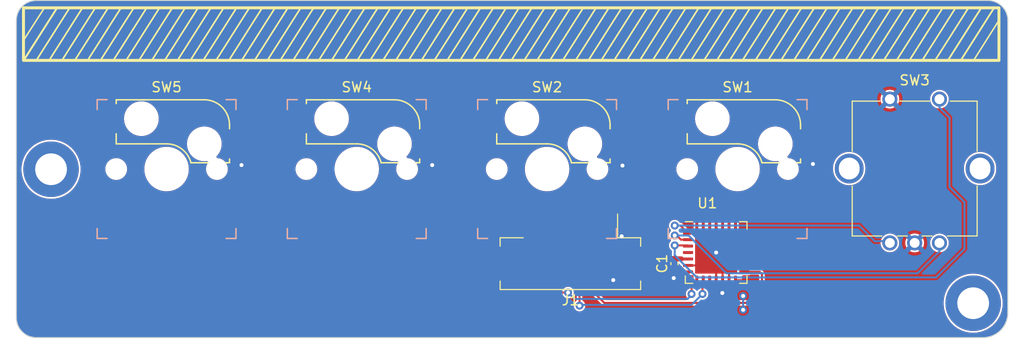
<source format=kicad_pcb>
(kicad_pcb (version 20211014) (generator pcbnew)
  (layers (0 "F.Cu" signal) (31 "B.Cu" signal) (34 "B.Paste" user) (35 "F.Paste" user) (36 "B.SilkS" user "B.Silkscreen") (37 "F.SilkS" user "F.Silkscreen") (38 "B.Mask" user) (39 "F.Mask" user) (44 "Edge.Cuts" user))
  (net 0 "")
  (net 1 "B0")
  (net 2 "B1")
  (net 3 "B4")
  (net 4 "B5")
  (net 5 "B6")
  (net 6 "B2")
  (net 7 "B3")
  (net 20 "+3.3V")
  (net 21 "GND")
  (net 22 "/INT")
  (net 23 "/SDA")
  (net 24 "/SCK")
  (footprint "Capacitor_SMD:C_0402_1005Metric" (layer "F.Cu") (at 164.25 95.75 -90)
    (fp_text reference "C1" (at 0 1.25 90) (layer "F.SilkS"))
    (fp_text value "100nF")
    (fp_line (start -0.107836 -0.36) (end 0.107836 -0.36) (layer "F.SilkS") (width 0.12))
    (fp_line (start -0.107836 0.36) (end 0.107836 0.36) (layer "F.SilkS") (width 0.12))
    (pad "1" smd roundrect (at -0.48 0 270) (size 0.56 0.62) (layers "F.Cu" "F.Paste" "F.Mask") (net 20 "+3.3V"))
    (pad "2" smd roundrect (at 0.48 0 270) (size 0.56 0.62) (layers "F.Cu" "F.Paste" "F.Mask") (net 21 "GND"))
  )
  (footprint "Connector_JST:JST_PH_B5B-PH-SM4-TB_1x05-1MP_P2.00mm_Vertical" (layer "F.Cu") (at 153.75 94 180)
    (fp_text reference "J1" (at 0 -5.45) (layer "F.SilkS"))
    (fp_text value "Conn_01x05_Male")
    (fp_line (start 7.085 -4.36) (end 7.085 -3.51) (layer "F.SilkS") (width 0.12))
    (fp_line (start -7.085 0.86) (end -4.76 0.86) (layer "F.SilkS") (width 0.12))
    (fp_line (start -7.085 0.01) (end -7.085 0.86) (layer "F.SilkS") (width 0.12))
    (fp_line (start -7.085 -3.51) (end -7.085 -4.36) (layer "F.SilkS") (width 0.12))
    (fp_line (start -7.085 -4.36) (end 7.085 -4.36) (layer "F.SilkS") (width 0.12))
    (fp_line (start -4.76 0.86) (end -4.76 3.25) (layer "F.SilkS") (width 0.12))
    (fp_line (start 7.085 0.01) (end 7.085 0.86) (layer "F.SilkS") (width 0.12))
    (fp_line (start 7.085 0.86) (end 4.76 0.86) (layer "F.SilkS") (width 0.12))
    (pad "1" smd roundrect (at -4 0.5 180) (size 1 5.5) (layers "F.Cu" "F.Paste" "F.Mask") (net 21 "GND"))
    (pad "2" smd roundrect (at -2 0.5 180) (size 1 5.5) (layers "F.Cu" "F.Paste" "F.Mask") (net 20 "+3.3V"))
    (pad "3" smd roundrect (at 0 0.5 180) (size 1 5.5) (layers "F.Cu" "F.Paste" "F.Mask") (net 22 "/INT"))
    (pad "4" smd roundrect (at 2 0.5 180) (size 1 5.5) (layers "F.Cu" "F.Paste" "F.Mask") (net 23 "/SDA"))
    (pad "5" smd roundrect (at 4 0.5 180) (size 1 5.5) (layers "F.Cu" "F.Paste" "F.Mask") (net 24 "/SCK"))
    (pad "MP" smd roundrect (at -6.4 -1.75 180) (size 1.6 3) (layers "F.Cu" "F.Paste" "F.Mask") (roundrect_rratio 0.15625))
    (pad "MP" smd roundrect (at 6.4 -1.75 180) (size 1.6 3) (layers "F.Cu" "F.Paste" "F.Mask") (roundrect_rratio 0.15625))
  )
  (footprint "MountingHole:MountingHole_3.2mm_M3_DIN965_Pad" (layer "F.Cu") (at 194.372598 99.74)
    (fp_text reference "H2" hide)
    (fp_text value "MountingHole")
    (pad "1" thru_hole circle (at 0 0) (size 5.6 5.6) (drill 3.2) (layers *.Cu *.Mask))
  )
  (footprint "Package_DFN_QFN:QFN-28-1EP_6x6mm_P0.65mm_EP4.25x4.25mm" (layer "F.Cu") (at 168.452598 94.63)
    (fp_text reference "U1" (at -0.89 -4.97) (layer "F.SilkS"))
    (fp_text value "MCP23017_ML")
    (fp_line (start 3.11 3.11) (end 3.11 2.36) (layer "F.SilkS") (width 0.12))
    (fp_line (start 2.36 3.11) (end 3.11 3.11) (layer "F.SilkS") (width 0.12))
    (fp_line (start -2.36 3.11) (end -3.11 3.11) (layer "F.SilkS") (width 0.12))
    (fp_line (start -2.36 -3.11) (end -3.11 -3.11) (layer "F.SilkS") (width 0.12))
    (fp_line (start 2.36 -3.11) (end 3.11 -3.11) (layer "F.SilkS") (width 0.12))
    (fp_line (start 3.11 -3.11) (end 3.11 -2.36) (layer "F.SilkS") (width 0.12))
    (fp_line (start -3.11 3.11) (end -3.11 2.36) (layer "F.SilkS") (width 0.12))
    (pad "1" smd roundrect (at -2.8375 -1.95) (size 1.025 0.3) (layers "F.Cu" "F.Paste" "F.Mask") (net 3 "B4"))
    (pad "2" smd roundrect (at -2.8375 -1.3) (size 1.025 0.3) (layers "F.Cu" "F.Paste" "F.Mask") (net 4 "B5"))
    (pad "3" smd roundrect (at -2.8375 -0.65) (size 1.025 0.3) (layers "F.Cu" "F.Paste" "F.Mask") (net 5 "B6"))
    (pad "4" smd roundrect (at -2.8375 0) (size 1.025 0.3) (layers "F.Cu" "F.Paste" "F.Mask"))
    (pad "5" smd roundrect (at -2.8375 0.65) (size 1.025 0.3) (layers "F.Cu" "F.Paste" "F.Mask") (net 20 "+3.3V"))
    (pad "6" smd roundrect (at -2.8375 1.3) (size 1.025 0.3) (layers "F.Cu" "F.Paste" "F.Mask") (net 21 "GND"))
    (pad "7" smd roundrect (at -2.8375 1.95) (size 1.025 0.3) (layers "F.Cu" "F.Paste" "F.Mask"))
    (pad "8" smd roundrect (at -1.95 2.8375) (size 0.3 1.025) (layers "F.Cu" "F.Paste" "F.Mask") (net 24 "/SCK"))
    (pad "9" smd roundrect (at -1.3 2.8375) (size 0.3 1.025) (layers "F.Cu" "F.Paste" "F.Mask") (net 23 "/SDA"))
    (pad "10" smd roundrect (at -0.65 2.8375) (size 0.3 1.025) (layers "F.Cu" "F.Paste" "F.Mask"))
    (pad "11" smd roundrect (at 0 2.8375) (size 0.3 1.025) (layers "F.Cu" "F.Paste" "F.Mask") (net 21 "GND"))
    (pad "12" smd roundrect (at 0.65 2.8375) (size 0.3 1.025) (layers "F.Cu" "F.Paste" "F.Mask") (net 21 "GND"))
    (pad "13" smd roundrect (at 1.3 2.8375) (size 0.3 1.025) (layers "F.Cu" "F.Paste" "F.Mask") (net 21 "GND"))
    (pad "14" smd roundrect (at 1.95 2.8375) (size 0.3 1.025) (layers "F.Cu" "F.Paste" "F.Mask") (net 20 "+3.3V"))
    (pad "15" smd roundrect (at 2.8375 1.95) (size 1.025 0.3) (layers "F.Cu" "F.Paste" "F.Mask") (net 22 "/INT"))
    (pad "16" smd roundrect (at 2.8375 1.3) (size 1.025 0.3) (layers "F.Cu" "F.Paste" "F.Mask"))
    (pad "17" smd roundrect (at 2.8375 0.65) (size 1.025 0.3) (layers "F.Cu" "F.Paste" "F.Mask"))
    (pad "18" smd roundrect (at 2.8375 0) (size 1.025 0.3) (layers "F.Cu" "F.Paste" "F.Mask"))
    (pad "19" smd roundrect (at 2.8375 -0.65) (size 1.025 0.3) (layers "F.Cu" "F.Paste" "F.Mask"))
    (pad "20" smd roundrect (at 2.8375 -1.3) (size 1.025 0.3) (layers "F.Cu" "F.Paste" "F.Mask"))
    (pad "21" smd roundrect (at 2.8375 -1.95) (size 1.025 0.3) (layers "F.Cu" "F.Paste" "F.Mask"))
    (pad "22" smd roundrect (at 1.95 -2.8375) (size 0.3 1.025) (layers "F.Cu" "F.Paste" "F.Mask"))
    (pad "23" smd roundrect (at 1.3 -2.8375) (size 0.3 1.025) (layers "F.Cu" "F.Paste" "F.Mask"))
    (pad "24" smd roundrect (at 0.65 -2.8375) (size 0.3 1.025) (layers "F.Cu" "F.Paste" "F.Mask"))
    (pad "25" smd roundrect (at 0 -2.8375) (size 0.3 1.025) (layers "F.Cu" "F.Paste" "F.Mask") (net 1 "B0"))
    (pad "26" smd roundrect (at -0.65 -2.8375) (size 0.3 1.025) (layers "F.Cu" "F.Paste" "F.Mask") (net 2 "B1"))
    (pad "27" smd roundrect (at -1.3 -2.8375) (size 0.3 1.025) (layers "F.Cu" "F.Paste" "F.Mask") (net 6 "B2"))
    (pad "28" smd roundrect (at -1.95 -2.8375) (size 0.3 1.025) (layers "F.Cu" "F.Paste" "F.Mask") (net 7 "B3"))
    (pad "29" smd rect (at 0 0) (size 4.25 4.25) (layers "F.Cu" "F.Mask") (net 21 "GND"))
  )
  (footprint "Rotary_Encoder:RotaryEncoder_Bourns_Vertical_PEC12R-3xxxF-Sxxxx" (layer "F.Cu") (at 185.972598 93.66 90)
    (fp_text reference "SW3" (at 16.4 2.5) (layer "F.SilkS"))
    (fp_text value "RotEncoder_S")
    (fp_line (start 14.3 1) (end 14.3 4) (layer "F.SilkS") (width 0.12))
    (fp_line (start 14.3 6.1) (end 14.3 8.8) (layer "F.SilkS") (width 0.12))
    (fp_line (start 9.25 -3.8) (end 14.3 -3.8) (layer "F.SilkS") (width 0.12))
    (fp_line (start 0.7 0.75) (end 0.7 1.75) (layer "F.SilkS") (width 0.12))
    (fp_line (start 0.7 -0.8) (end 0.7 -3.8) (layer "F.SilkS") (width 0.12))
    (fp_line (start 14.3 -3.8) (end 14.3 -1) (layer "F.SilkS") (width 0.12))
    (fp_line (start 0.7 5.8) (end 0.7 8.8) (layer "F.SilkS") (width 0.12))
    (fp_line (start 0.7 3.25) (end 0.7 4.25) (layer "F.SilkS") (width 0.12))
    (fp_line (start 0.7 -3.8) (end 5.75 -3.8) (layer "F.SilkS") (width 0.12))
    (fp_line (start 5.75 8.8) (end 0.7 8.8) (layer "F.SilkS") (width 0.12))
    (fp_line (start 14.3 8.8) (end 9.25 8.8) (layer "F.SilkS") (width 0.12))
    (pad "A" thru_hole circle (at 0 0) (size 1.524 1.524) (drill 1) (layers *.Cu *.Mask) (net 3 "B4"))
    (pad "B" thru_hole circle (at 0 5) (size 1.524 1.524) (drill 1) (layers *.Cu *.Mask) (net 4 "B5"))
    (pad "C" thru_hole circle (at 0 2.5) (size 1.524 1.524) (drill 1) (layers *.Cu *.Mask) (net 21 "GND"))
    (pad "S1" thru_hole circle (at 14.5 0) (size 1.524 1.524) (drill 1) (layers *.Cu *.Mask) (net 21 "GND"))
    (pad "S2" thru_hole circle (at 14.5 5) (size 1.524 1.524) (drill 1) (layers *.Cu *.Mask) (net 5 "B6"))
    (pad "SH" thru_hole oval (at 7.5 -4.1) (size 2.9 3) (drill oval 2.1 2.2) (layers *.Cu *.Mask))
    (pad "SH" thru_hole oval (at 7.5 9.1) (size 2.9 3) (drill oval 2.1 2.2) (layers *.Cu *.Mask))
  )
  (footprint "MountingHole:MountingHole_3.2mm_M3_DIN965_Pad" (layer "F.Cu") (at 101.372598 86.23)
    (fp_text reference "H1" hide)
    (fp_text value "MountingHole")
    (pad "1" thru_hole circle (at 0 0) (size 5.6 5.6) (drill 3.2) (layers *.Cu *.Mask))
  )
  (footprint "Library:Kailh_socket_MX" (layer "B.Cu") (at 151.402598 86.21 180)
    (fp_text reference "SW2" (at 0 8.255) (layer "F.SilkS"))
    (fp_text value "SW_Keyboard")
    (fp_line (start -7 -7) (end -6 -7) (layer "B.SilkS") (width 0.15))
    (fp_line (start 7 7) (end 6 7) (layer "B.SilkS") (width 0.15))
    (fp_line (start -7 -7) (end -7 -6) (layer "B.SilkS") (width 0.15))
    (fp_line (start 7 -6) (end 7 -7) (layer "B.SilkS") (width 0.15))
    (fp_line (start -7 6) (end -7 7) (layer "B.SilkS") (width 0.15))
    (fp_line (start -6 7) (end -7 7) (layer "B.SilkS") (width 0.15))
    (fp_line (start 6 -7) (end 7 -7) (layer "B.SilkS") (width 0.15))
    (fp_line (start 7 7) (end 7 6) (layer "B.SilkS") (width 0.15))
    (fp_line (start -3.81 6.985) (end 5.08 6.985) (layer "F.SilkS") (width 0.15))
    (fp_line (start -6.35 4.445) (end -6.35 4.064) (layer "F.SilkS") (width 0.15))
    (fp_line (start 5.08 2.54) (end 0 2.54) (layer "F.SilkS") (width 0.15))
    (fp_line (start -6.35 1.016) (end -6.35 0.635) (layer "F.SilkS") (width 0.15))
    (fp_line (start 5.08 6.985) (end 5.08 6.604) (layer "F.SilkS") (width 0.15))
    (fp_line (start 5.08 3.556) (end 5.08 2.54) (layer "F.SilkS") (width 0.15))
    (fp_line (start -2.464162 0.635) (end -4.191 0.635) (layer "F.SilkS") (width 0.15))
    (fp_line (start -5.969 0.635) (end -6.35 0.635) (layer "F.SilkS") (width 0.15))
    (fp_arc (start -3.81 6.985) (mid -5.606051 6.241051) (end -6.35 4.445) (layer "F.SilkS") (width 0.15))
    (fp_arc (start 0 2.54) (mid -1.563147 2.002042) (end -2.464162 0.61604) (layer "F.SilkS") (width 0.15))
    (pad "" np_thru_hole circle (at -3.81 2.54 180) (size 3 3) (drill 3) (layers *.Cu *.Mask))
    (pad "" np_thru_hole circle (at -5.08 0 180) (size 1.7018 1.7018) (drill 1.7018) (layers *.Cu *.Mask))
    (pad "" np_thru_hole circle (at 5.08 0 180) (size 1.7018 1.7018) (drill 1.7018) (layers *.Cu *.Mask))
    (pad "" np_thru_hole circle (at 0 0 180) (size 3.9878 3.9878) (drill 3.9878) (layers *.Cu *.Mask))
    (pad "" np_thru_hole circle (at 2.54 5.08 180) (size 3 3) (drill 3) (layers *.Cu *.Mask))
    (pad "1" smd rect (at 6.29 5.08 180) (size 2.55 2.5) (layers "F.Cu" "F.Paste" "F.Mask") (net 2 "B1"))
    (pad "2" smd rect (at -7.56 2.54 180) (size 2.55 2.5) (layers "F.Cu" "F.Paste" "F.Mask") (net 21 "GND"))
  )
  (footprint "Library:Kailh_socket_MX" (layer "B.Cu") (at 132.202598 86.21 180)
    (fp_text reference "SW4" (at 0 8.255) (layer "F.SilkS"))
    (fp_text value "SW_Keyboard")
    (fp_line (start 6 -7) (end 7 -7) (layer "B.SilkS") (width 0.15))
    (fp_line (start -7 -7) (end -6 -7) (layer "B.SilkS") (width 0.15))
    (fp_line (start 7 7) (end 7 6) (layer "B.SilkS") (width 0.15))
    (fp_line (start -6 7) (end -7 7) (layer "B.SilkS") (width 0.15))
    (fp_line (start 7 -6) (end 7 -7) (layer "B.SilkS") (width 0.15))
    (fp_line (start 7 7) (end 6 7) (layer "B.SilkS") (width 0.15))
    (fp_line (start -7 -7) (end -7 -6) (layer "B.SilkS") (width 0.15))
    (fp_line (start -7 6) (end -7 7) (layer "B.SilkS") (width 0.15))
    (fp_line (start -6.35 4.445) (end -6.35 4.064) (layer "F.SilkS") (width 0.15))
    (fp_line (start 5.08 3.556) (end 5.08 2.54) (layer "F.SilkS") (width 0.15))
    (fp_line (start 5.08 6.985) (end 5.08 6.604) (layer "F.SilkS") (width 0.15))
    (fp_line (start -5.969 0.635) (end -6.35 0.635) (layer "F.SilkS") (width 0.15))
    (fp_line (start -3.81 6.985) (end 5.08 6.985) (layer "F.SilkS") (width 0.15))
    (fp_line (start -6.35 1.016) (end -6.35 0.635) (layer "F.SilkS") (width 0.15))
    (fp_line (start 5.08 2.54) (end 0 2.54) (layer "F.SilkS") (width 0.15))
    (fp_line (start -2.464162 0.635) (end -4.191 0.635) (layer "F.SilkS") (width 0.15))
    (fp_arc (start 0 2.54) (mid -1.563147 2.002042) (end -2.464162 0.61604) (layer "F.SilkS") (width 0.15))
    (fp_arc (start -3.81 6.985) (mid -5.606051 6.241051) (end -6.35 4.445) (layer "F.SilkS") (width 0.15))
    (pad "" np_thru_hole circle (at -3.81 2.54 180) (size 3 3) (drill 3) (layers *.Cu *.Mask))
    (pad "" np_thru_hole circle (at 0 0 180) (size 3.9878 3.9878) (drill 3.9878) (layers *.Cu *.Mask))
    (pad "" np_thru_hole circle (at 5.08 0 180) (size 1.7018 1.7018) (drill 1.7018) (layers *.Cu *.Mask))
    (pad "" np_thru_hole circle (at -5.08 0 180) (size 1.7018 1.7018) (drill 1.7018) (layers *.Cu *.Mask))
    (pad "" np_thru_hole circle (at 2.54 5.08 180) (size 3 3) (drill 3) (layers *.Cu *.Mask))
    (pad "1" smd rect (at 6.29 5.08 180) (size 2.55 2.5) (layers "F.Cu" "F.Paste" "F.Mask") (net 6 "B2"))
    (pad "2" smd rect (at -7.56 2.54 180) (size 2.55 2.5) (layers "F.Cu" "F.Paste" "F.Mask") (net 21 "GND"))
  )
  (footprint "Library:Kailh_socket_MX" (layer "B.Cu") (at 170.612598 86.21 180)
    (fp_text reference "SW1" (at 0 8.255) (layer "F.SilkS"))
    (fp_text value "SW_Keyboard")
    (fp_line (start 7 -6) (end 7 -7) (layer "B.SilkS") (width 0.15))
    (fp_line (start -6 7) (end -7 7) (layer "B.SilkS") (width 0.15))
    (fp_line (start -7 -7) (end -6 -7) (layer "B.SilkS") (width 0.15))
    (fp_line (start -7 6) (end -7 7) (layer "B.SilkS") (width 0.15))
    (fp_line (start 6 -7) (end 7 -7) (layer "B.SilkS") (width 0.15))
    (fp_line (start 7 7) (end 7 6) (layer "B.SilkS") (width 0.15))
    (fp_line (start -7 -7) (end -7 -6) (layer "B.SilkS") (width 0.15))
    (fp_line (start 7 7) (end 6 7) (layer "B.SilkS") (width 0.15))
    (fp_line (start -6.35 1.016) (end -6.35 0.635) (layer "F.SilkS") (width 0.15))
    (fp_line (start -5.969 0.635) (end -6.35 0.635) (layer "F.SilkS") (width 0.15))
    (fp_line (start 5.08 2.54) (end 0 2.54) (layer "F.SilkS") (width 0.15))
    (fp_line (start -3.81 6.985) (end 5.08 6.985) (layer "F.SilkS") (width 0.15))
    (fp_line (start -6.35 4.445) (end -6.35 4.064) (layer "F.SilkS") (width 0.15))
    (fp_line (start 5.08 3.556) (end 5.08 2.54) (layer "F.SilkS") (width 0.15))
    (fp_line (start 5.08 6.985) (end 5.08 6.604) (layer "F.SilkS") (width 0.15))
    (fp_line (start -2.464162 0.635) (end -4.191 0.635) (layer "F.SilkS") (width 0.15))
    (fp_arc (start -3.81 6.985) (mid -5.606051 6.241051) (end -6.35 4.445) (layer "F.SilkS") (width 0.15))
    (fp_arc (start 0 2.54) (mid -1.563147 2.002042) (end -2.464162 0.61604) (layer "F.SilkS") (width 0.15))
    (pad "" np_thru_hole circle (at 5.08 0 180) (size 1.7018 1.7018) (drill 1.7018) (layers *.Cu *.Mask))
    (pad "" np_thru_hole circle (at -3.81 2.54 180) (size 3 3) (drill 3) (layers *.Cu *.Mask))
    (pad "" np_thru_hole circle (at -5.08 0 180) (size 1.7018 1.7018) (drill 1.7018) (layers *.Cu *.Mask))
    (pad "" np_thru_hole circle (at 2.54 5.08 180) (size 3 3) (drill 3) (layers *.Cu *.Mask))
    (pad "" np_thru_hole circle (at 0 0 180) (size 3.9878 3.9878) (drill 3.9878) (layers *.Cu *.Mask))
    (pad "1" smd rect (at 6.29 5.08 180) (size 2.55 2.5) (layers "F.Cu" "F.Paste" "F.Mask") (net 1 "B0"))
    (pad "2" smd rect (at -7.56 2.54 180) (size 2.55 2.5) (layers "F.Cu" "F.Paste" "F.Mask") (net 21 "GND"))
  )
  (footprint "Library:Kailh_socket_MX" (layer "B.Cu") (at 113.022598 86.209999 180)
    (fp_text reference "SW5" (at 0 8.255) (layer "F.SilkS"))
    (fp_text value "SW_Keyboard")
    (fp_line (start -7 -7) (end -7 -6) (layer "B.SilkS") (width 0.15))
    (fp_line (start -7 -7) (end -6 -7) (layer "B.SilkS") (width 0.15))
    (fp_line (start -6 7) (end -7 7) (layer "B.SilkS") (width 0.15))
    (fp_line (start 6 -7) (end 7 -7) (layer "B.SilkS") (width 0.15))
    (fp_line (start 7 7) (end 7 6) (layer "B.SilkS") (width 0.15))
    (fp_line (start -7 6) (end -7 7) (layer "B.SilkS") (width 0.15))
    (fp_line (start 7 -6) (end 7 -7) (layer "B.SilkS") (width 0.15))
    (fp_line (start 7 7) (end 6 7) (layer "B.SilkS") (width 0.15))
    (fp_line (start -5.969 0.635) (end -6.35 0.635) (layer "F.SilkS") (width 0.15))
    (fp_line (start -2.464162 0.635) (end -4.191 0.635) (layer "F.SilkS") (width 0.15))
    (fp_line (start 5.08 3.556) (end 5.08 2.54) (layer "F.SilkS") (width 0.15))
    (fp_line (start -6.35 1.016) (end -6.35 0.635) (layer "F.SilkS") (width 0.15))
    (fp_line (start 5.08 6.985) (end 5.08 6.604) (layer "F.SilkS") (width 0.15))
    (fp_line (start 5.08 2.54) (end 0 2.54) (layer "F.SilkS") (width 0.15))
    (fp_line (start -6.35 4.445) (end -6.35 4.064) (layer "F.SilkS") (width 0.15))
    (fp_line (start -3.81 6.985) (end 5.08 6.985) (layer "F.SilkS") (width 0.15))
    (fp_arc (start -3.81 6.985) (mid -5.606051 6.241051) (end -6.35 4.445) (layer "F.SilkS") (width 0.15))
    (fp_arc (start 0 2.54) (mid -1.563147 2.002042) (end -2.464162 0.61604) (layer "F.SilkS") (width 0.15))
    (pad "" np_thru_hole circle (at -5.08 0 180) (size 1.7018 1.7018) (drill 1.7018) (layers *.Cu *.Mask))
    (pad "" np_thru_hole circle (at 0 0 180) (size 3.9878 3.9878) (drill 3.9878) (layers *.Cu *.Mask))
    (pad "" np_thru_hole circle (at 5.08 0 180) (size 1.7018 1.7018) (drill 1.7018) (layers *.Cu *.Mask))
    (pad "" np_thru_hole circle (at 2.54 5.08 180) (size 3 3) (drill 3) (layers *.Cu *.Mask))
    (pad "" np_thru_hole circle (at -3.81 2.54 180) (size 3 3) (drill 3) (layers *.Cu *.Mask))
    (pad "1" smd rect (at 6.29 5.08 180) (size 2.55 2.5) (layers "F.Cu" "F.Paste" "F.Mask") (net 7 "B3"))
    (pad "2" smd rect (at -7.56 2.54 180) (size 2.55 2.5) (layers "F.Cu" "F.Paste" "F.Mask") (net 21 "GND"))
  )
  (gr_line (start 109.747598 69.91) (end 106.357598 75.25) (layer "F.SilkS") (width 0.15))
  (gr_line (start 168.022598 69.91) (end 164.632598 75.25) (layer "F.SilkS") (width 0.15))
  (gr_line (start 122.697598 69.91) (end 119.307598 75.25) (layer "F.SilkS") (width 0.15))
  (gr_line (start 101.967598 69.94) (end 98.672598 75.11) (layer "F.SilkS") (width 0.15))
  (gr_line (start 139.532598 69.91) (end 136.142598 75.25) (layer "F.SilkS") (width 0.15))
  (gr_line (start 166.727598 69.91) (end 163.337598 75.25) (layer "F.SilkS") (width 0.15))
  (gr_line (start 131.762598 69.91) (end 128.372598 75.25) (layer "F.SilkS") (width 0.15))
  (gr_line (start 191.332598 69.91) (end 187.942598 75.25) (layer "F.SilkS") (width 0.15))
  (gr_line (start 127.877598 69.91) (end 124.487598 75.25) (layer "F.SilkS") (width 0.15))
  (gr_line (start 161.547598 69.91) (end 158.157598 75.25) (layer "F.SilkS") (width 0.15))
  (gr_line (start 125.287598 69.91) (end 121.897598 75.25) (layer "F.SilkS") (width 0.15))
  (gr_line (start 116.222598 69.91) (end 112.832598 75.25) (layer "F.SilkS") (width 0.15))
  (gr_line (start 153.777598 69.91) (end 150.387598 75.25) (layer "F.SilkS") (width 0.15))
  (gr_line (start 191.332598 69.91) (end 187.942598 75.25) (layer "F.SilkS") (width 0.15))
  (gr_line (start 162.842598 69.91) (end 159.452598 75.25) (layer "F.SilkS") (width 0.15))
  (gr_line (start 105.862598 69.91) (end 102.472598 75.25) (layer "F.SilkS") (width 0.15))
  (gr_line (start 143.417598 69.91) (end 140.027598 75.25) (layer "F.SilkS") (width 0.15))
  (gr_line (start 174.497598 69.91) (end 171.107598 75.25) (layer "F.SilkS") (width 0.15))
  (gr_line (start 108.452598 69.91) (end 105.062598 75.25) (layer "F.SilkS") (width 0.15))
  (gr_line (start 147.302598 69.91) (end 143.912598 75.25) (layer "F.SilkS") (width 0.15))
  (gr_line (start 105.862598 69.91) (end 102.472598 75.25) (layer "F.SilkS") (width 0.15))
  (gr_line (start 193.922598 69.91) (end 190.532598 75.25) (layer "F.SilkS") (width 0.15))
  (gr_line (start 171.907598 69.91) (end 168.517598 75.25) (layer "F.SilkS") (width 0.15))
  (gr_line (start 183.562598 69.91) (end 180.172598 75.25) (layer "F.SilkS") (width 0.15))
  (gr_line (start 147.302598 69.91) (end 143.912598 75.25) (layer "F.SilkS") (width 0.15))
  (gr_line (start 156.367598 69.91) (end 152.977598 75.25) (layer "F.SilkS") (width 0.15))
  (gr_line (start 169.317598 69.91) (end 165.927598 75.25) (layer "F.SilkS") (width 0.15))
  (gr_line (start 135.647598 69.91) (end 132.257598 75.25) (layer "F.SilkS") (width 0.15))
  (gr_line (start 144.712598 69.91) (end 141.322598 75.25) (layer "F.SilkS") (width 0.15))
  (gr_line (start 120.107598 69.91) (end 116.717598 75.25) (layer "F.SilkS") (width 0.15))
  (gr_line (start 178.382598 69.91) (end 174.992598 75.25) (layer "F.SilkS") (width 0.15))
  (gr_line (start 148.597598 69.91) (end 145.207598 75.25) (layer "F.SilkS") (width 0.15))
  (gr_line (start 153.777598 69.91) (end 150.387598 75.25) (layer "F.SilkS") (width 0.15))
  (gr_line (start 117.517598 69.91) (end 114.127598 75.25) (layer "F.SilkS") (width 0.15))
  (gr_line (start 175.792598 69.91) (end 172.402598 75.25) (layer "F.SilkS") (width 0.15))
  (gr_line (start 195.217598 69.91) (end 191.827598 75.25) (layer "F.SilkS") (width 0.15))
  (gr_line (start 157.662598 69.91) (end 154.272598 75.25) (layer "F.SilkS") (width 0.15))
  (gr_line (start 100.720098 69.925) (end 98.672598 73.11) (layer "F.SilkS") (width 0.15))
  (gr_line (start 184.857598 69.91) (end 181.467598 75.25) (layer "F.SilkS") (width 0.15))
  (gr_line (start 182.267598 69.91) (end 178.877598 75.25) (layer "F.SilkS") (width 0.15))
  (gr_line (start 186.152598 69.91) (end 182.762598 75.25) (layer "F.SilkS") (width 0.15))
  (gr_line (start 157.662598 69.91) (end 154.272598 75.25) (layer "F.SilkS") (width 0.15))
  (gr_line (start 170.612598 69.91) (end 167.222598 75.25) (layer "F.SilkS") (width 0.15))
  (gr_line (start 125.287598 69.91) (end 121.897598 75.25) (layer "F.SilkS") (width 0.15))
  (gr_line (start 155.072598 69.91) (end 151.682598 75.25) (layer "F.SilkS") (width 0.15))
  (gr_line (start 142.122598 69.91) (end 138.732598 75.25) (layer "F.SilkS") (width 0.15))
  (gr_line (start 195.217598 69.91) (end 191.827598 75.25) (layer "F.SilkS") (width 0.15))
  (gr_line (start 112.337598 69.91) (end 108.947598 75.25) (layer "F.SilkS") (width 0.15))
  (gr_line (start 192.627598 69.91) (end 189.237598 75.25) (layer "F.SilkS") (width 0.15))
  (gr_line (start 184.857598 69.91) (end 181.467598 75.25) (layer "F.SilkS") (width 0.15))
  (gr_line (start 107.157598 69.91) (end 103.767598 75.25) (layer "F.SilkS") (width 0.15))
  (gr_line (start 133.057598 69.91) (end 129.667598 75.25) (layer "F.SilkS") (width 0.15))
  (gr_line (start 188.742598 69.91) (end 185.352598 75.25) (layer "F.SilkS") (width 0.15))
  (gr_line (start 195.217598 69.91) (end 191.827598 75.25) (layer "F.SilkS") (width 0.15))
  (gr_line (start 138.237598 69.91) (end 134.847598 75.25) (layer "F.SilkS") (width 0.15))
  (gr_line (start 140.827598 69.91) (end 137.437598 75.25) (layer "F.SilkS") (width 0.15))
  (gr_line (start 109.747598 69.91) (end 106.357598 75.25) (layer "F.SilkS") (width 0.15))
  (gr_line (start 136.942598 69.91) (end 133.552598 75.25) (layer "F.SilkS") (width 0.15))
  (gr_line (start 175.792598 69.91) (end 172.402598 75.25) (layer "F.SilkS") (width 0.15))
  (gr_line (start 144.712598 69.91) (end 141.322598 75.25) (layer "F.SilkS") (width 0.15))
  (gr_line (start 165.432598 69.91) (end 162.042598 75.25) (layer "F.SilkS") (width 0.15))
  (gr_line (start 136.942598 69.91) (end 133.552598 75.25) (layer "F.SilkS") (width 0.15))
  (gr_line (start 195.217598 69.91) (end 191.827598 75.25) (layer "F.SilkS") (width 0.15))
  (gr_line (start 130.467598 69.91) (end 127.077598 75.25) (layer "F.SilkS") (width 0.15))
  (gr_line (start 123.992598 69.91) (end 120.602598 75.25) (layer "F.SilkS") (width 0.15))
  (gr_line (start 161.547598 69.91) (end 158.157598 75.25) (layer "F.SilkS") (width 0.15))
  (gr_line (start 149.892598 69.91) (end 146.502598 75.25) (layer "F.SilkS") (width 0.15))
  (gr_line (start 173.202598 69.91) (end 169.812598 75.25) (layer "F.SilkS") (width 0.15))
  (gr_line (start 121.402598 69.91) (end 118.012598 75.25) (layer "F.SilkS") (width 0.15))
  (gr_line (start 178.382598 69.91) (end 174.992598 75.25) (layer "F.SilkS") (width 0.15))
  (gr_line (start 117.517598 69.91) (end 114.127598 75.25) (layer "F.SilkS") (width 0.15))
  (gr_line (start 192.627598 69.91) (end 189.237598 75.25) (layer "F.SilkS") (width 0.15))
  (gr_line (start 187.447598 69.91) (end 184.057598 75.25) (layer "F.SilkS") (width 0.15))
  (gr_line (start 114.927598 69.91) (end 111.537598 75.25) (layer "F.SilkS") (width 0.15))
  (gr_line (start 108.452598 69.91) (end 105.062598 75.25) (layer "F.SilkS") (width 0.15))
  (gr_line (start 118.812598 69.91) (end 115.422598 75.25) (layer "F.SilkS") (width 0.15))
  (gr_line (start 196.512598 69.91) (end 193.122598 75.25) (layer "F.SilkS") (width 0.15))
  (gr_line (start 122.697598 69.91) (end 119.307598 75.25) (layer "F.SilkS") (width 0.15))
  (gr_line (start 170.612598 69.91) (end 167.222598 75.25) (layer "F.SilkS") (width 0.15))
  (gr_line (start 129.172598 69.91) (end 125.782598 75.25) (layer "F.SilkS") (width 0.15))
  (gr_line (start 111.042598 69.91) (end 107.652598 75.25) (layer "F.SilkS") (width 0.15))
  (gr_line (start 127.877598 69.91) (end 124.487598 75.25) (layer "F.SilkS") (width 0.15))
  (gr_line (start 103.272598 69.91) (end 99.882598 75.25) (layer "F.SilkS") (width 0.15))
  (gr_line (start 103.262598 69.94) (end 99.872598 75.28) (layer "F.SilkS") (width 0.15))
  (gr_line (start 155.072598 69.91) (end 151.682598 75.25) (layer "F.SilkS") (width 0.15))
  (gr_line (start 194.417598 75.25) (end 196.972598 71.21) (layer "F.SilkS") (width 0.15))
  (gr_line (start 113.632598 69.91) (end 110.242598 75.25) (layer "F.SilkS") (width 0.15))
  (gr_line (start 182.267598 69.91) (end 178.877598 75.25) (layer "F.SilkS") (width 0.15))
  (gr_line (start 113.632598 69.91) (end 110.242598 75.25) (layer "F.SilkS") (width 0.15))
  (gr_line (start 196.512598 69.91) (end 193.122598 75.25) (layer "F.SilkS") (width 0.15))
  (gr_line (start 196.512598 69.91) (end 193.122598 75.25) (layer "F.SilkS") (width 0.15))
  (gr_line (start 142.122598 69.91) (end 138.732598 75.25) (layer "F.SilkS") (width 0.15))
  (gr_line (start 139.532598 69.91) (end 136.142598 75.25) (layer "F.SilkS") (width 0.15))
  (gr_line (start 179.677598 69.91) (end 176.287598 75.25) (layer "F.SilkS") (width 0.15))
  (gr_line (start 102.025098 69.895) (end 98.635098 75.235) (layer "F.SilkS") (width 0.15))
  (gr_line (start 190.037598 69.91) (end 186.647598 75.25) (layer "F.SilkS") (width 0.15))
  (gr_line (start 134.352598 69.91) (end 130.962598 75.25) (layer "F.SilkS") (width 0.15))
  (gr_line (start 158.957598 69.91) (end 155.567598 75.25) (layer "F.SilkS") (width 0.15))
  (gr_line (start 104.567598 69.91) (end 101.177598 75.25) (layer "F.SilkS") (width 0.15))
  (gr_line (start 151.187598 69.91) (end 147.797598 75.25) (layer "F.SilkS") (width 0.15))
  (gr_line (start 188.742598 69.91) (end 185.352598 75.25) (layer "F.SilkS") (width 0.15))
  (gr_line (start 152.482598 69.91) (end 149.092598 75.25) (layer "F.SilkS") (width 0.15))
  (gr_line (start 121.402598 69.91) (end 118.012598 75.25) (layer "F.SilkS") (width 0.15))
  (gr_line (start 140.827598 69.91) (end 137.437598 75.25) (layer "F.SilkS") (width 0.15))
  (gr_line (start 114.927598 69.91) (end 111.537598 75.25) (layer "F.SilkS") (width 0.15))
  (gr_line (start 179.677598 69.91) (end 176.287598 75.25) (layer "F.SilkS") (width 0.15))
  (gr_line (start 104.567598 69.91) (end 101.177598 75.25) (layer "F.SilkS") (width 0.15))
  (gr_line (start 134.352598 69.91) (end 130.962598 75.25) (layer "F.SilkS") (width 0.15))
  (gr_line (start 111.042598 69.91) (end 107.652598 75.25) (layer "F.SilkS") (width 0.15))
  (gr_line (start 123.992598 69.91) (end 120.602598 75.25) (layer "F.SilkS") (width 0.15))
  (gr_line (start 164.137598 69.91) (end 160.747598 75.25) (layer "F.SilkS") (width 0.15))
  (gr_line (start 177.087598 69.91) (end 173.697598 75.25) (layer "F.SilkS") (width 0.15))
  (gr_line (start 180.972598 69.91) (end 177.582598 75.25) (layer "F.SilkS") (width 0.15))
  (gr_line (start 193.922598 69.91) (end 190.532598 75.25) (layer "F.SilkS") (width 0.15))
  (gr_line (start 112.337598 69.91) (end 108.947598 75.25) (layer "F.SilkS") (width 0.15))
  (gr_line (start 171.907598 69.91) (end 168.517598 75.25) (layer "F.SilkS") (width 0.15))
  (gr_line (start 173.202598 69.91) (end 169.812598 75.25) (layer "F.SilkS") (width 0.15))
  (gr_line (start 166.727598 69.91) (end 163.337598 75.25) (layer "F.SilkS") (width 0.15))
  (gr_line (start 149.892598 69.91) (end 146.502598 75.25) (layer "F.SilkS") (width 0.15))
  (gr_line (start 160.252598 69.91) (end 156.862598 75.25) (layer "F.SilkS") (width 0.15))
  (gr_line (start 138.237598 69.91) (end 134.847598 75.25) (layer "F.SilkS") (width 0.15))
  (gr_line (start 146.007598 69.91) (end 142.617598 75.25) (layer "F.SilkS") (width 0.15))
  (gr_line (start 126.582598 69.91) (end 123.192598 75.25) (layer "F.SilkS") (width 0.15))
  (gr_line (start 165.432598 69.91) (end 162.042598 75.25) (layer "F.SilkS") (width 0.15))
  (gr_line (start 131.762598 69.91) (end 128.372598 75.25) (layer "F.SilkS") (width 0.15))
  (gr_line (start 152.482598 69.91) (end 149.092598 75.25) (layer "F.SilkS") (width 0.15))
  (gr_line (start 130.467598 69.91) (end 127.077598 75.25) (layer "F.SilkS") (width 0.15))
  (gr_line (start 160.252598 69.91) (end 156.862598 75.25) (layer "F.SilkS") (width 0.15))
  (gr_line (start 187.447598 69.91) (end 184.057598 75.25) (layer "F.SilkS") (width 0.15))
  (gr_line (start 158.957598 69.91) (end 155.567598 75.25) (layer "F.SilkS") (width 0.15))
  (gr_line (start 129.172598 69.91) (end 125.782598 75.25) (layer "F.SilkS") (width 0.15))
  (gr_line (start 196.512598 69.91) (end 193.122598 75.25) (layer "F.SilkS") (width 0.15))
  (gr_line (start 180.972598 69.91) (end 177.582598 75.25) (layer "F.SilkS") (width 0.15))
  (gr_line (start 148.597598 69.91) (end 145.207598 75.25) (layer "F.SilkS") (width 0.15))
  (gr_line (start 174.497598 69.91) (end 171.107598 75.25) (layer "F.SilkS") (width 0.15))
  (gr_line (start 164.137598 69.91) (end 160.747598 75.25) (layer "F.SilkS") (width 0.15))
  (gr_line (start 186.152598 69.91) (end 182.762598 75.25) (layer "F.SilkS") (width 0.15))
  (gr_line (start 126.582598 69.91) (end 123.192598 75.25) (layer "F.SilkS") (width 0.15))
  (gr_line (start 151.187598 69.91) (end 147.797598 75.25) (layer "F.SilkS") (width 0.15))
  (gr_line (start 168.022598 69.91) (end 164.632598 75.25) (layer "F.SilkS") (width 0.15))
  (gr_line (start 162.842598 69.91) (end 159.452598 75.25) (layer "F.SilkS") (width 0.15))
  (gr_line (start 102.015098 69.925) (end 98.625098 75.265) (layer "F.SilkS") (width 0.15))
  (gr_line (start 146.007598 69.91) (end 142.617598 75.25) (layer "F.SilkS") (width 0.15))
  (gr_line (start 135.647598 69.91) (end 132.257598 75.25) (layer "F.SilkS") (width 0.15))
  (gr_line (start 116.222598 69.91) (end 112.832598 75.25) (layer "F.SilkS") (width 0.15))
  (gr_line (start 143.417598 69.91) (end 140.027598 75.25) (layer "F.SilkS") (width 0.15))
  (gr_line (start 107.157598 69.91) (end 103.767598 75.25) (layer "F.SilkS") (width 0.15))
  (gr_line (start 190.037598 69.91) (end 186.647598 75.25) (layer "F.SilkS") (width 0.15))
  (gr_line (start 169.317598 69.91) (end 165.927598 75.25) (layer "F.SilkS") (width 0.15))
  (gr_line (start 177.087598 69.91) (end 173.697598 75.25) (layer "F.SilkS") (width 0.15))
  (gr_line (start 118.812598 69.91) (end 115.422598 75.25) (layer "F.SilkS") (width 0.15))
  (gr_line (start 133.057598 69.91) (end 129.667598 75.25) (layer "F.SilkS") (width 0.15))
  (gr_line (start 183.562598 69.91) (end 180.172598 75.25) (layer "F.SilkS") (width 0.15))
  (gr_line (start 156.367598 69.91) (end 152.977598 75.25) (layer "F.SilkS") (width 0.15))
  (gr_line (start 120.107598 69.91) (end 116.717598 75.25) (layer "F.SilkS") (width 0.15))
  (gr_rect (start 98.592598 69.95) (end 196.972598 75.25) (layer "F.SilkS") (width 0.3) (fill none))
  (gr_arc (start 195.872598 69.21) (mid 197.286812 69.795786) (end 197.872598 71.21) (layer "Edge.Cuts") (width 0.1))
  (gr_line (start 97.872598 71.21) (end 97.872598 101.21) (layer "Edge.Cuts") (width 0.1))
  (gr_line (start 99.872598 69.21) (end 195.872598 69.21) (layer "Edge.Cuts") (width 0.1))
  (gr_line (start 197.872598 100.71) (end 197.872598 71.21) (layer "Edge.Cuts") (width 0.1))
  (gr_arc (start 99.872598 103.21) (mid 98.458384 102.624214) (end 97.872598 101.21) (layer "Edge.Cuts") (width 0.1))
  (gr_line (start 99.872598 103.21) (end 195.372598 103.21) (layer "Edge.Cuts") (width 0.1))
  (gr_arc (start 197.872598 100.71) (mid 197.140365 102.477767) (end 195.372598 103.21) (layer "Edge.Cuts") (width 0.1))
  (gr_arc (start 97.872598 71.21) (mid 98.458384 69.795786) (end 99.872598 69.21) (layer "Edge.Cuts") (width 0.1))
  (segment (start 163.272598 82.21) (end 164.322598 81.16) (width 0.2) (layer "F.Cu") (net 1))
  (segment (start 168.432598 91.407954) (end 168.024644 91) (width 0.2) (layer "F.Cu") (net 1))
  (segment (start 168 91) (end 163.272598 86.272598) (width 0.2) (layer "F.Cu") (net 1))
  (segment (start 168.024644 91) (end 168 91) (width 0.2) (layer "F.Cu") (net 1))
  (segment (start 168.452598 91.7925) (end 168.432598 91.7725) (width 0.2) (layer "F.Cu") (net 1))
  (segment (start 168.432598 91.7725) (end 168.432598 91.407954) (width 0.2) (layer "F.Cu") (net 1))
  (segment (start 163.272598 86.272598) (end 163.272598 82.21) (width 0.2) (layer "F.Cu") (net 1))
  (segment (start 167.802598 91.7925) (end 167.802598 91.427954) (width 0.2) (layer "F.Cu") (net 2))
  (segment (start 158.012598 78.71) (end 147.562598 78.71) (width 0.2) (layer "F.Cu") (net 2))
  (segment (start 167.802598 91.427954) (end 167.374644 91) (width 0.2) (layer "F.Cu") (net 2))
  (segment (start 161.262598 84.9) (end 161.262598 81.96) (width 0.2) (layer "F.Cu") (net 2))
  (segment (start 167.374644 91) (end 167.362598 91) (width 0.2) (layer "F.Cu") (net 2))
  (segment (start 147.562598 78.71) (end 145.112598 81.16) (width 0.2) (layer "F.Cu") (net 2))
  (segment (start 167.362598 91) (end 161.262598 84.9) (width 0.2) (layer "F.Cu") (net 2))
  (segment (start 161.262598 81.96) (end 158.012598 78.71) (width 0.2) (layer "F.Cu") (net 2))
  (segment (start 164.272598 91.91) (end 164.845098 91.91) (width 0.2) (layer "F.Cu") (net 3))
  (segment (start 164.845098 91.91) (end 165.615098 92.68) (width 0.2) (layer "F.Cu") (net 3))
  (via (at 164.272598 91.91) (size 0.8) (drill 0.4) (layers "F.Cu" "B.Cu") (net 3))
  (segment (start 164.272598 91.91) (end 182.872598 91.91) (width 0.2) (layer "B.Cu") (net 3))
  (segment (start 182.872598 91.91) (end 184.442598 93.48) (width 0.2) (layer "B.Cu") (net 3))
  (segment (start 184.442598 93.48) (end 185.972598 93.48) (width 0.2) (layer "B.Cu") (net 3))
  (segment (start 164.272598 92.91) (end 164.472598 92.91) (width 0.2) (layer "F.Cu") (net 4))
  (segment (start 164.472598 92.91) (end 164.892598 93.33) (width 0.2) (layer "F.Cu") (net 4))
  (segment (start 164.892598 93.33) (end 165.615098 93.33) (width 0.2) (layer "F.Cu") (net 4))
  (via (at 164.272598 92.91) (size 0.8) (drill 0.4) (layers "F.Cu" "B.Cu") (net 4))
  (segment (start 188.762598 96.72) (end 190.972598 94.51) (width 0.2) (layer "B.Cu") (net 4))
  (segment (start 169.482598 96.72) (end 188.762598 96.72) (width 0.2) (layer "B.Cu") (net 4))
  (segment (start 190.972598 94.51) (end 190.972598 93.48) (width 0.2) (layer "B.Cu") (net 4))
  (segment (start 164.272598 92.91) (end 165.672598 92.91) (width 0.2) (layer "B.Cu") (net 4))
  (segment (start 165.672598 92.91) (end 169.482598 96.72) (width 0.2) (layer "B.Cu") (net 4))
  (segment (start 165.545098 93.91) (end 165.615098 93.98) (width 0.2) (layer "F.Cu") (net 5))
  (segment (start 164.272598 93.91) (end 165.545098 93.91) (width 0.2) (layer "F.Cu") (net 5))
  (via (at 164.272598 93.91) (size 0.8) (drill 0.4) (layers "F.Cu" "B.Cu") (net 5))
  (segment (start 193.492598 94.27) (end 193.492598 89.54) (width 0.2) (layer "B.Cu") (net 5))
  (segment (start 191.982598 88.03) (end 191.982598 81.02) (width 0.2) (layer "B.Cu") (net 5))
  (segment (start 166.502598 97.14) (end 190.622598 97.14) (width 0.2) (layer "B.Cu") (net 5))
  (segment (start 164.272598 94.91) (end 166.502598 97.14) (width 0.2) (layer "B.Cu") (net 5))
  (segment (start 164.272598 93.91) (end 164.272598 94.91) (width 0.2) (layer "B.Cu") (net 5))
  (segment (start 190.622598 97.14) (end 193.492598 94.27) (width 0.2) (layer "B.Cu") (net 5))
  (segment (start 193.492598 89.54) (end 191.982598 88.03) (width 0.2) (layer "B.Cu") (net 5))
  (segment (start 191.982598 81.02) (end 190.972598 80.01) (width 0.2) (layer "B.Cu") (net 5))
  (segment (start 190.972598 80.01) (end 190.972598 78.98) (width 0.2) (layer "B.Cu") (net 5))
  (segment (start 125.372598 87.01) (end 127.492598 89.13) (width 0.2) (layer "F.Cu") (net 6))
  (segment (start 127.492598 89.13) (end 164.929999 89.13) (width 0.2) (layer "F.Cu") (net 6))
  (segment (start 164.929999 89.13) (end 167.152598 91.352598) (width 0.2) (layer "F.Cu") (net 6))
  (segment (start 125.912598 81.18) (end 125.372598 81.72) (width 0.2) (layer "F.Cu") (net 6))
  (segment (start 125.372598 81.72) (end 125.372598 87.01) (width 0.2) (layer "F.Cu") (net 6))
  (segment (start 167.152598 91.352598) (end 167.152598 91.7925) (width 0.2) (layer "F.Cu") (net 6))
  (segment (start 164.772598 89.51) (end 166.502598 91.24) (width 0.2) (layer "F.Cu") (net 7))
  (segment (start 105.972598 81.93) (end 105.972598 87.51) (width 0.2) (layer "F.Cu") (net 7))
  (segment (start 106.732598 81.17) (end 105.972598 81.93) (width 0.2) (layer "F.Cu") (net 7))
  (segment (start 166.502598 91.24) (end 166.502598 91.7925) (width 0.2) (layer "F.Cu") (net 7))
  (segment (start 107.972598 89.51) (end 164.772598 89.51) (width 0.2) (layer "F.Cu") (net 7))
  (segment (start 105.972598 87.51) (end 107.972598 89.51) (width 0.2) (layer "F.Cu") (net 7))
  (segment (start 165.585098 95.31) (end 165.615098 95.28) (width 0.2) (layer "F.Cu") (net 20))
  (segment (start 164.252598 95.28) (end 165.555098 95.28) (width 0.3) (layer "F.Cu") (net 20))
  (via (at 171.172598 100.41) (size 0.8) (drill 0.4) (layers "F.Cu" "B.Cu") (net 20))
  (via (at 171.172598 99.01) (size 0.8) (drill 0.4) (layers "F.Cu" "B.Cu") (net 20))
  (segment (start 171.172598 99.01) (end 171.172598 100.41) (width 0.2) (layer "B.Cu") (net 20))
  (segment (start 165.615098 95.93) (end 167.152598 95.93) (width 0.2) (layer "F.Cu") (net 21))
  (segment (start 139.762598 83.72) (end 139.762598 85.76) (width 0.2) (layer "F.Cu") (net 21))
  (segment (start 120.582598 83.71) (end 120.582598 85.81) (width 0.2) (layer "F.Cu") (net 21))
  (segment (start 169.102598 97.4675) (end 169.102598 95.28) (width 0.2) (layer "F.Cu") (net 21))
  (segment (start 168.452598 98.09) (end 169.072598 98.71) (width 0.2) (layer "F.Cu") (net 21))
  (segment (start 169.102598 95.28) (end 168.452598 94.63) (width 0.2) (layer "F.Cu") (net 21))
  (segment (start 157.602598 96.94) (end 157.602598 93.18) (width 0.2) (layer "F.Cu") (net 21))
  (segment (start 169.752598 97.4675) (end 169.752598 98.03) (width 0.2) (layer "F.Cu") (net 21))
  (segment (start 157.602598 93.18) (end 158.732598 93.18) (width 0.2) (layer "F.Cu") (net 21))
  (segment (start 178.212598 85.7) (end 178.212598 83.74) (width 0.2) (layer "F.Cu") (net 21))
  (segment (start 169.752598 98.03) (end 169.072598 98.71) (width 0.2) (layer "F.Cu") (net 21))
  (segment (start 169.752598 95.93) (end 168.452598 94.63) (width 0.2) (layer "F.Cu") (net 21))
  (segment (start 158.732598 93.18) (end 158.922598 92.99) (width 0.2) (layer "F.Cu") (net 21))
  (segment (start 169.102598 97.4675) (end 169.102598 98.68) (width 0.2) (layer "F.Cu") (net 21))
  (segment (start 164.172598 97.21) (end 164.172598 96.22) (width 0.2) (layer "F.Cu") (net 21))
  (segment (start 178.212598 83.74) (end 178.172598 83.7) (width 0.2) (layer "F.Cu") (net 21))
  (segment (start 168.452598 97.4675) (end 168.452598 98.09) (width 0.2) (layer "F.Cu") (net 21))
  (segment (start 158.072598 97.41) (end 157.602598 96.94) (width 0.2) (layer "F.Cu") (net 21))
  (segment (start 139.762598 85.76) (end 139.812598 85.81) (width 0.2) (layer "F.Cu") (net 21))
  (segment (start 158.962598 83.7) (end 158.962598 85.82) (width 0.2) (layer "F.Cu") (net 21))
  (segment (start 169.752598 97.4675) (end 169.752598 95.93) (width 0.2) (layer "F.Cu") (net 21))
  (segment (start 167.152598 95.93) (end 168.452598 94.63) (width 0.2) (layer "F.Cu") (net 21))
  (segment (start 168.452598 97.4675) (end 168.452598 94.63) (width 0.2) (layer "F.Cu") (net 21))
  (segment (start 167.782598 95.1825) (end 167.782598 94.817954) (width 0.2) (layer "F.Cu") (net 21))
  (segment (start 158.962598 85.82) (end 159.002598 85.86) (width 0.2) (layer "F.Cu") (net 21))
  (segment (start 169.102598 98.68) (end 169.072598 98.71) (width 0.2) (layer "F.Cu") (net 21))
  (via (at 159.002598 85.86) (size 0.8) (drill 0.4) (layers "F.Cu" "B.Cu") (net 21))
  (via (at 169.072598 98.71) (size 0.8) (drill 0.4) (layers "F.Cu" "B.Cu") (net 21))
  (via (at 158.072598 97.41) (size 0.8) (drill 0.4) (layers "F.Cu" "B.Cu") (net 21))
  (via (at 158.922598 92.99) (size 0.8) (drill 0.4) (layers "F.Cu" "B.Cu") (net 21))
  (via (at 164.172598 97.21) (size 0.8) (drill 0.4) (layers "F.Cu" "B.Cu") (net 21))
  (via (at 168.452598 94.63) (size 0.8) (drill 0.4) (layers "F.Cu" "B.Cu") (net 21))
  (via (at 120.582598 85.81) (size 0.8) (drill 0.4) (layers "F.Cu" "B.Cu") (net 21))
  (via (at 178.212598 85.7) (size 0.8) (drill 0.4) (layers "F.Cu" "B.Cu") (net 21))
  (via (at 139.812598 85.81) (size 0.8) (drill 0.4) (layers "F.Cu" "B.Cu") (net 21))
  (segment (start 173.072598 96.81) (end 172.842598 96.58) (width 0.2) (layer "F.Cu") (net 22))
  (segment (start 172.842598 96.58) (end 171.290098 96.58) (width 0.2) (layer "F.Cu") (net 22))
  (segment (start 153.602598 93.18) (end 153.602598 96.14) (width 0.2) (layer "F.Cu") (net 22))
  (segment (start 157.172598 99.71) (end 172.072598 99.71) (width 0.2) (layer "F.Cu") (net 22))
  (segment (start 172.072598 99.71) (end 173.072598 98.71) (width 0.2) (layer "F.Cu") (net 22))
  (segment (start 173.072598 98.71) (end 173.072598 96.81) (width 0.2) (layer "F.Cu") (net 22))
  (segment (start 153.602598 96.14) (end 157.172598 99.71) (width 0.2) (layer "F.Cu") (net 22))
  (segment (start 167.072598 98.81) (end 167.072598 97.5475) (width 0.2) (layer "F.Cu") (net 23))
  (segment (start 154.672598 98.41) (end 151.602598 95.34) (width 0.2) (layer "F.Cu") (net 23))
  (segment (start 154.672598 99.9895) (end 154.672598 98.41) (width 0.2) (layer "F.Cu") (net 23))
  (segment (start 151.602598 95.34) (end 151.602598 93.18) (width 0.2) (layer "F.Cu") (net 23))
  (segment (start 167.072598 97.5475) (end 167.152598 97.4675) (width 0.2) (layer "F.Cu") (net 23))
  (via (at 167.072598 98.81) (size 0.8) (drill 0.4) (layers "F.Cu" "B.Cu") (net 23))
  (via (at 154.672598 99.9895) (size 0.8) (drill 0.4) (layers "F.Cu" "B.Cu") (net 23))
  (segment (start 154.752098 99.91) (end 165.972598 99.91) (width 0.2) (layer "B.Cu") (net 23))
  (segment (start 154.672598 99.9895) (end 154.752098 99.91) (width 0.2) (layer "B.Cu") (net 23))
  (segment (start 165.972598 99.91) (end 167.072598 98.81) (width 0.2) (layer "B.Cu") (net 23))
  (segment (start 165.972598 97.9975) (end 166.502598 97.4675) (width 0.2) (layer "F.Cu") (net 24))
  (segment (start 149.602598 96.14) (end 149.602598 93.18) (width 0.2) (layer "F.Cu") (net 24))
  (segment (start 152.128078 98.66548) (end 149.602598 96.14) (width 0.2) (layer "F.Cu") (net 24))
  (segment (start 165.972598 98.81) (end 165.972598 97.9975) (width 0.2) (layer "F.Cu") (net 24))
  (segment (start 153.517118 98.66548) (end 152.128078 98.66548) (width 0.2) (layer "F.Cu") (net 24))
  (via (at 153.517118 98.66548) (size 0.8) (drill 0.4) (layers "F.Cu" "B.Cu") (net 24))
  (via (at 165.972598 98.81) (size 0.8) (drill 0.4) (layers "F.Cu" "B.Cu") (net 24))
  (segment (start 165.972598 98.91) (end 165.572598 99.31) (width 0.2) (layer "B.Cu") (net 24))
  (segment (start 165.972598 98.81) (end 165.972598 98.91) (width 0.2) (layer "B.Cu") (net 24))
  (segment (start 165.572598 99.31) (end 154.161638 99.31) (width 0.2) (layer "B.Cu") (net 24))
  (segment (start 154.161638 99.31) (end 153.517118 98.66548) (width 0.2) (layer "B.Cu") (net 24))
  (zone (net 20) (net_name "+3.3V") (layer "F.Cu") (connect_pads (clearance 0)) (min_thickness 0.254) (fill yes (thermal_gap 0.508) (thermal_bridge_width 0.508))
    (polygon (pts (xy 197.872598 75.21) (xy 197.882598 103.26) (xy 97.892598 103.23) (xy 97.872598 75.21)))
  )
  (zone (net 21) (net_name "GND") (layer "B.Cu") (connect_pads (clearance 0)) (min_thickness 0.254) (fill yes (thermal_gap 0.508) (thermal_bridge_width 0.508))
    (polygon (pts (xy 197.882598 103.24) (xy 97.882598 103.25) (xy 97.872598 69.24) (xy 197.872598 69.21)))
  )
)
</source>
